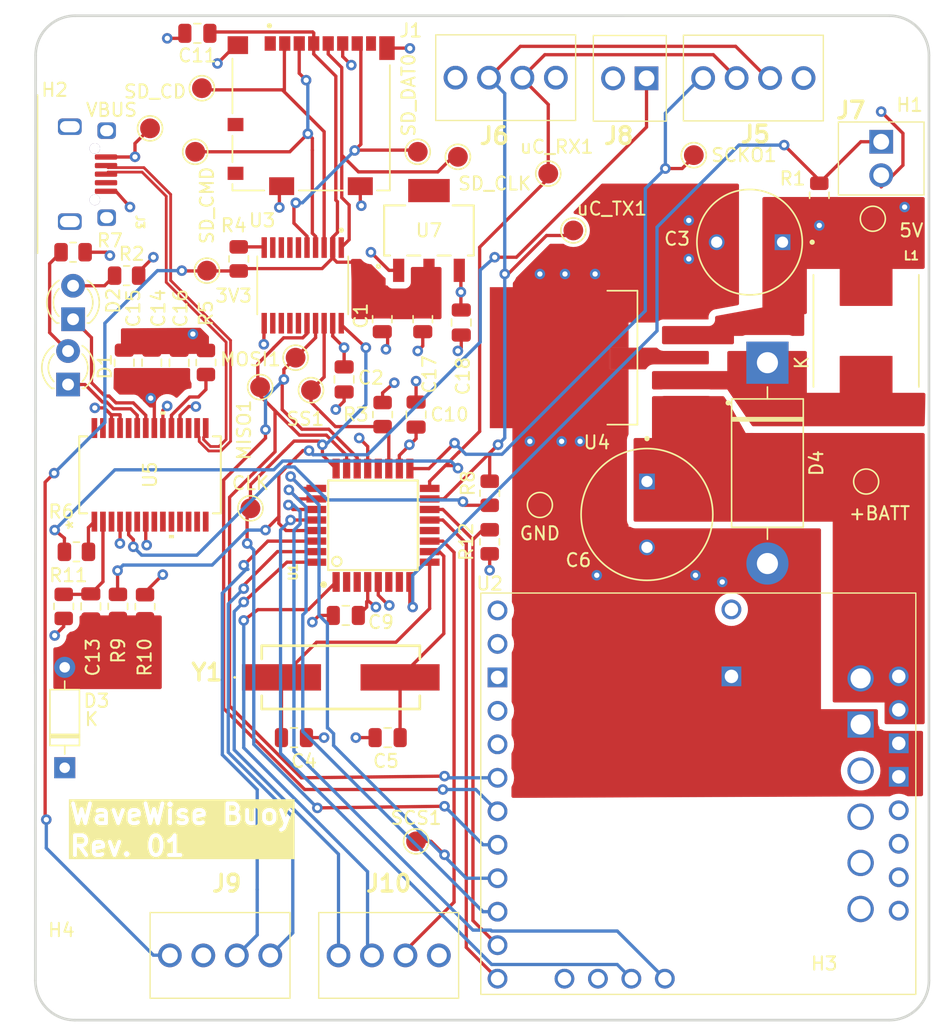
<source format=kicad_pcb>
(kicad_pcb (version 20221018) (generator pcbnew)
  (layers (0 "F.Cu" signal) (1 "In1.Cu" signal) (2 "In2.Cu" signal) (31 "B.Cu" signal) (34 "B.Paste" user) (35 "F.Paste" user) (36 "B.SilkS" user "B.Silkscreen") (37 "F.SilkS" user "F.Silkscreen") (38 "B.Mask" user) (39 "F.Mask" user) (44 "Edge.Cuts" user))
  (net 0 "")
  (net 1 "+3V3")
  (net 2 "GND")
  (net 3 "+5V")
  (net 4 "Net-(D3-A)")
  (net 5 "Net-(U5-DTR#)")
  (net 6 "RESET")
  (net 7 "Net-(U3-OE)")
  (net 8 "Net-(U5-RESET#)")
  (net 9 "+BATT")
  (net 10 "Net-(J4-Pin_4)")
  (net 11 "Net-(J4-Pin_3)")
  (net 12 "Net-(J4-Pin_2)")
  (net 13 "Net-(J4-Pin_1)")
  (net 14 "BEMF")
  (net 15 "STALL")
  (net 18 "~MTR_FAULT")
  (net 19 "~MTR_RST")
  (net 20 "~SLP")
  (net 21 "SCS")
  (net 22 "CLK")
  (net 23 "D+")
  (net 24 "D-")
  (net 30 "SD_CD")
  (net 31 "SD_CMD")
  (net 32 "SD_CLK")
  (net 33 "SD_DAT0")
  (net 38 "Net-(U1-PD5)")
  (net 39 "uC_RX")
  (net 40 "SCK0")
  (net 41 "BUTTON")
  (net 42 "EXTGPIO1")
  (net 46 "Net-(U1-PD6)")
  (net 48 "EXTGPIO2")
  (net 50 "uC_TX")
  (net 51 "SS1")
  (net 53 "MOSI1")
  (net 54 "MISO1")
  (net 55 "EXTGPIO3")
  (net 56 "EXTGPIO4")
  (net 57 "EXTGPIO5")
  (net 75 "Net-(D2-K)")
  (net 76 "Net-(D1-K)")
  (net 81 "Net-(D4-K)")
  (net 82 "Net-(U5-TXD)")
  (net 83 "Net-(U5-RXD)")
  (net 86 "Net-(D1-A)")
  (net 87 "Net-(D2-A)")
  (footprint "TestPoint:TestPoint_Pad_D1.5mm" (layer "F.Cu") (at 175.006 66.294)
    (fp_text reference "uC_TX1")
    (fp_text value "TestPoint")
  )
  (footprint "TestPoint:TestPoint_Pad_D1.5mm" (layer "F.Cu") (at 150.495 87.376)
    (fp_text reference "CLK")
    (fp_text value "TestPoint")
  )
  (footprint "TestPoint:TestPoint_Pad_D1.5mm" (layer "F.Cu") (at 155.0924 78.4098)
    (fp_text reference "SS1")
    (fp_text value "TestPoint")
  )
  (footprint "TestPoint:TestPoint_Pad_D1.5mm" (layer "F.Cu") (at 163.068 112.649)
    (fp_text reference "SCS1")
    (fp_text value "TestPoint")
  )
  (footprint "Wavewise Footprints UnChecked:SOT-223_DIO" (layer "F.Cu") (at 164.0467 66.294)
    (fp_text reference "U7")
    (fp_text value "AZ1117CH-3.3TRG1")
  )
  (footprint "Resistor_SMD:R_0805_2012Metric" (layer "F.Cu") (at 147.1168 76.3118 -90)
    (fp_text reference "R5")
    (fp_text value "10k")
  )
  (footprint "TestPoint:TestPoint_Pad_D1.5mm" (layer "F.Cu") (at 173.101 61.976)
    (fp_text reference "uC_RX1")
    (fp_text value "TestPoint")
  )
  (footprint "Wavewise Footprints WWChecked:ScrewTerminal_01x04_2.54mm" (layer "F.Cu") (at 166.06 54.7)
    (fp_text reference "J6")
    (fp_text value "Screw_Terminal_01x04" hide)
  )
  (footprint "Wavewise Footprints UnChecked:AS1600020SMDTR" (layer "F.Cu") (at 157.353 100.203)
    (fp_text reference "Y1")
    (fp_text value "AS-16.000-20-SMD-TR" hide)
  )
  (footprint "TestPoint:TestPoint_Pad_D1.5mm" (layer "F.Cu") (at 151.2316 78.1812)
    (fp_text reference "MISO1")
    (fp_text value "TestPoint")
  )
  (footprint "Resistor_SMD:R_0805_2012Metric" (layer "F.Cu") (at 168.656 86.233 -90)
    (fp_text reference "R8")
    (fp_text value "1k")
  )
  (footprint "TestPoint:TestPoint_Pad_D1.5mm" (layer "F.Cu") (at 197.739 65.405)
    (fp_text reference "5V")
    (fp_text value "TestPoint")
  )
  (footprint "Wavewise Footprints WWChecked:MicroUSB_Mount" (layer "F.Cu") (at 138.684 62.021 -90)
    (fp_text reference "J3")
    (fp_text value "USB_B_Micro")
  )
  (footprint "Resistor_SMD:R_0805_2012Metric" (layer "F.Cu") (at 140.4366 94.8182 90)
    (fp_text reference "R9")
    (fp_text value "0")
  )
  (footprint "LED_THT:LED_D3.0mm" (layer "F.Cu") (at 136.652 77.983 90)
    (fp_text reference "D1")
    (fp_text value "LED_S")
  )
  (footprint "Capacitor_SMD:C_0805_2012Metric" (layer "F.Cu") (at 166.497 73.279 -90)
    (fp_text reference "C18")
    (fp_text value "10u/10V")
  )
  (footprint "Capacitor_SMD:C_0805_2012Metric" (layer "F.Cu") (at 160.5026 73.025 -90)
    (fp_text reference "C1")
    (fp_text value "0.1u/10V")
  )
  (footprint "Wavewise Footprints WWChecked:ScrewTerminal_01x04_2.54mm" (layer "F.Cu") (at 192.48 54.73 180)
    (fp_text reference "J5")
    (fp_text value "Screw_Terminal_01x04" hide)
  )
  (footprint "Resistor_SMD:R_0805_2012Metric" (layer "F.Cu") (at 168.656 89.916 -90)
    (fp_text reference "R12")
    (fp_text value "10k")
  )
  (footprint "TestPoint:TestPoint_Pad_D1.5mm" (layer "F.Cu") (at 147.193 69.342)
    (fp_text reference "3V3")
    (fp_text value "TestPoint")
  )
  (footprint "LED_THT:LED_D3.0mm" (layer "F.Cu") (at 137.033 73.03 90)
    (fp_text reference "D2")
    (fp_text value "LED_S")
  )
  (footprint "Capacitor_SMD:C_0805_2012Metric" (layer "F.Cu") (at 153.797 104.775 180)
    (fp_text reference "C4")
    (fp_text value "22pF/10V")
  )
  (footprint "MountingHole:MountingHole_2.5mm" (layer "F.Cu") (at 197.993 53.721)
    (fp_text reference "H1")
    (fp_text value "MountingHole")
  )
  (footprint "Resistor_SMD:R_0805_2012Metric" (layer "F.Cu") (at 149.606 68.453 -90)
    (fp_text reference "R4")
    (fp_text value "47k")
  )
  (footprint "TestPoint:TestPoint_Pad_D1.5mm" (layer "F.Cu") (at 146.812 55.499)
    (fp_text reference "SD_CD")
    (fp_text value "TestPoint")
  )
  (footprint "Wavewise Footprints UnChecked:IC28_SSOP-28_FTD" (layer "F.Cu") (at 142.875 84.836 90)
    (fp_text reference "U5")
    (fp_text value "FT232RL-REEL")
  )
  (footprint "Capacitor_SMD:C_0805_2012Metric" (layer "F.Cu") (at 138.3792 94.8182 -90)
    (fp_text reference "C13")
    (fp_text value "100n/10V")
  )
  (footprint "TestPoint:TestPoint_Pad_D1.5mm" (layer "F.Cu") (at 197.231 85.344)
    (fp_text reference "+BATT")
    (fp_text value "TestPoint")
  )
  (footprint "Wavewise Footprints UnChecked:POLOLU_36v4" (layer "F.Cu") (at 168.0067 124.1822)
    (fp_text reference "U2")
    (fp_text value "Pololu_DRV8711_Motor_Driver")
  )
  (footprint "Capacitor_SMD:C_0805_2012Metric" (layer "F.Cu") (at 157.607 77.597 -90)
    (fp_text reference "C2")
    (fp_text value "0.1u/10V")
  )
  (footprint "TestPoint:TestPoint_Pad_D1.5mm" (layer "F.Cu") (at 166.243 60.706)
    (fp_text reference "SD_CLK")
    (fp_text value "TestPoint")
  )
  (footprint "Resistor_SMD:R_0805_2012Metric" (layer "F.Cu") (at 142.494 94.8436 90)
    (fp_text reference "R10")
    (fp_text value "10k")
  )
  (footprint "Wavewise Footprints WWChecked:ScrewTerminal_01x04_2.54mm" (layer "F.Cu") (at 157.18 121.3)
    (fp_text reference "J10")
    (fp_text value "Screw_Terminal_01x04" hide)
  )
  (footprint "Capacitor_SMD:C_0805_2012Metric" (layer "F.Cu") (at 163.576 73.025 -90)
    (fp_text reference "C17")
    (fp_text value "22u/10V")
  )
  (footprint "Resistor_SMD:R_0805_2012Metric" (layer "F.Cu") (at 136.3218 94.8182 90)
    (fp_text reference "R11")
    (fp_text value "1k")
  )
  (footprint "Wavewise Footprints WWChecked:ScrewTerminal_01x02_2.54mm" (layer "F.Cu") (at 180.56 54.75 180)
    (fp_text reference "J8")
    (fp_text value "Screw_Terminal_01x02" hide)
  )
  (footprint "Capacitor_SMD:C_0805_2012Metric" (layer "F.Cu") (at 143.002 76.327 -90)
    (fp_text reference "C14")
    (fp_text value "100n/10V")
  )
  (footprint "Wavewise Footprints UnChecked:1000uF_10V_Cap" (layer "F.Cu") (at 188.3845 67.183 180)
    (fp_text reference "C3")
    (fp_text value "1000u/10V")
  )
  (footprint "Capacitor_SMD:C_0805_2012Metric" (layer "F.Cu") (at 146.468 51.3355 180)
    (fp_text reference "C11")
    (fp_text value "0.1u/5V")
  )
  (footprint "TestPoint:TestPoint_Pad_D1.5mm" (layer "F.Cu") (at 184.15 60.579)
    (fp_text reference "SCKO1")
    (fp_text value "TestPoint")
  )
  (footprint "Resistor_SMD:R_0805_2012Metric" (layer "F.Cu") (at 160.528 80.264 -90)
    (fp_text reference "R3")
    (fp_text value "10k")
  )
  (footprint "TestPoint:TestPoint_Pad_D1.5mm" (layer "F.Cu") (at 163.195 60.325)
    (fp_text reference "SD_DAT0")
    (fp_text value "TestPoint")
  )
  (footprint "Wavewise Footprints UnChecked:100uF_80V_Cap" (layer "F.Cu") (at 180.594 87.8405 -90)
    (fp_text reference "C6")
    (fp_text value "100u/80V")
  )
  (footprint "MountingHole:MountingHole_2.5mm" (layer "F.Cu") (at 198.374 121.92)
    (fp_text reference "H3")
    (fp_text value "MountingHole")
  )
  (footprint "Capacitor_SMD:C_0805_2012Metric" (layer "F.Cu") (at 157.734 95.504 180)
    (fp_text reference "C9")
    (fp_text value "100n/10V")
  )
  (footprint "Wavewise Footprints UnChecked:LM2576S-12_NOPB" (layer "F.Cu") (at 172.9644 75.946 180)
    (fp_text reference "U4")
    (fp_text value "LM2576HVS-5.0_NOPB")
  )
  (footprint "Resistor_SMD:R_0805_2012Metric" (layer "F.Cu") (at 137.033 67.945 180)
    (fp_text reference "R7")
    (fp_text value "100")
  )
  (footprint "Resistor_SMD:R_0805_2012Metric" (layer "F.Cu") (at 193.675 63.627 90)
    (fp_text reference "R1")
    (fp_text value "10k")
  )
  (footprint "Diode_THT:D_DO-35_SOD27_P7.62mm_Horizontal" (layer "F.Cu") (at 136.398 107.061 90)
    (fp_text reference "D3")
    (fp_text value "1N4448")
  )
  (footprint "MountingHole:MountingHole_2.5mm" (layer "F.Cu") (at 138.938 53.34)
    (fp_text reference "H2")
    (fp_text value "MountingHole")
  )
  (footprint "TestPoint:TestPoint_Pad_D1.5mm" (layer "F.Cu") (at 142.875 58.547)
    (fp_text reference "VBUS")
    (fp_text value "TestPoint")
  )
  (footprint "Diode_THT:D_DO-201AD_P15.24mm_Horizontal" (layer "F.Cu") (at 189.738 76.327 -90)
    (fp_text reference "D4")
    (fp_text value "1N5822")
  )
  (footprint "Capacitor_SMD:C_0805_2012Metric" (layer "F.Cu") (at 145.0848 76.3372 -90)
    (fp_text reference "C16")
    (fp_text value "4.7u/10V")
  )
  (footprint "Resistor_SMD:R_0805_2012Metric" (layer "F.Cu") (at 141.097 69.723 180)
    (fp_text reference "R2")
    (fp_text value "100")
  )
  (footprint "TestPoint:TestPoint_Pad_D1.5mm" (layer "F.Cu") (at 153.924 75.946)
    (fp_text reference "MOSI1")
    (fp_text value "TestPoint")
  )
  (footprint "Wavewise Footprints UnChecked:ATMEGA328PB-ANR" (layer "F.Cu") (at 159.798 88.664 90)
    (fp_text reference "U1")
    (fp_text value "ATMEGA328PB-ANR")
  )
  (footprint "Capacitor_SMD:C_0805_2012Metric" (layer "F.Cu") (at 160.909 104.775 180)
    (fp_text reference "C5")
    (fp_text value "22pF/10V")
  )
  (footprint "Wavewise Footprints UnChecked:SOP65P640X120-20N" (layer "F.Cu") (at 154.465 70.4615 -90)
    (fp_text reference "U3")
    (fp_text value "TXB0108PWR")
  )
  (footprint "Capacitor_SMD:C_0805_2012Metric" (layer "F.Cu") (at 163.068 80.264 90)
    (fp_text reference "C10")
    (fp_text value "100n/10V")
  )
  (footprint "Wavewise Footprints WWChecked:ScrewTerminal_01x02_2.54mm" (layer "F.Cu") (at 198.374 59.563 -90)
    (fp_text reference "J7")
    (fp_text value "Screw_Terminal_01x02" hide)
  )
  (footprint "Resistor_SMD:R_0805_2012Metric" (layer "F.Cu") (at 137.287 90.678 180)
    (fp_text reference "R6")
    (fp_text value "1k")
  )
  (footprint "Wavewise Footprints UnChecked:SD_Mount" (layer "F.Cu") (at 155.104 57.5585 180)
    (fp_text reference "J1")
    (fp_text value "104031-0811")
  )
  (footprint "TestPoint:TestPoint_Pad_D1.5mm" (layer "F.Cu") (at 172.466 87.122)
    (fp_text reference "GND")
    (fp_text value "TestPoint")
  )
  (footprint "Wavewise Footprints UnChecked:IND_ETQP5M101YGK" (layer "F.Cu") (at 197.231 73.914 -90)
    (fp_text reference "L1")
    (fp_text value "100u")
  )
  (footprint "Wavewise Footprints WWChecked:ScrewTerminal_01x04_2.54mm" (layer "F.Cu") (at 144.38 121.3)
    (fp_text reference "J9")
    (fp_text value "Screw_Terminal_01x04" hide)
  )
  (footprint "MountingHole:MountingHole_2.5mm" (layer "F.Cu") (at 138.938 122.174)
    (fp_text reference "H4")
    (fp_text value "MountingHole")
  )
  (footprint "TestPoint:TestPoint_Pad_D1.5mm" (layer "F.Cu") (at 146.304 60.325)
    (fp_text reference "SD_CMD")
    (fp_text value "TestPoint")
  )
  (footprint "Capacitor_SMD:C_0805_2012Metric" (layer "F.Cu") (at 140.9192 76.327 -90)
    (fp_text reference "C15")
    (fp_text value "100n/10V")
  )
  (gr_line (start 199 126.20868) (end 137.17132 126.20868) (stroke (width 0.2)) (layer "Edge.Cuts"))
  (gr_arc (start 134.19132 53.00132) (mid 135.07 50.88) (end 137.19132 50.00132) (stroke (width 0.2)) (layer "Edge.Cuts"))
  (gr_line (start 134.17132 123.20868) (end 134.19132 53.00132) (stroke (width 0.2)) (layer "Edge.Cuts"))
  (gr_line (start 137.19132 50.00132) (end 199 50) (stroke (width 0.2)) (layer "Edge.Cuts"))
  (gr_line (start 202 53) (end 202 123.20868) (stroke (width 0.2)) (layer "Edge.Cuts"))
  (gr_arc (start 137.17132 126.20868) (mid 135.05 125.33) (end 134.17132 123.20868) (stroke (width 0.2)) (layer "Edge.Cuts"))
  (gr_arc (start 202 123.20868) (mid 201.12132 125.33) (end 199 126.20868) (stroke (width 0.2)) (layer "Edge.Cuts"))
  (gr_arc (start 199 50) (mid 201.12132 50.87868) (end 202 53) (stroke (width 0.2)) (layer "Edge.Cuts"))
  (gr_text "WaveWise Buoy\nRev. 01" (at 136.62 113.88) (layer "F.SilkS" knockout) (effects (font (size 1.5 1.5) (thickness 0.3) bold) (justify left bottom)))
  (segment (start 135.5985 84.709) (end 134.911 85.3965) (width 0.25) (layer "F.Cu") (net 1))
  (segment (start 134.911 85.3965) (end 134.911 110.908) (width 0.25) (layer "F.Cu") (net 1))
  (segment (start 156.74 67.5915) (end 156.74 66.803889) (width 0.25) (layer "F.Cu") (net 1))
  (segment (start 157.099 64.109896) (end 156.977 63.987896) (width 0.25) (layer "F.Cu") (net 1))
  (segment (start 149.274445 69.189055) (end 155.930055 69.189055) (width 0.25) (layer "F.Cu") (net 1))
  (segment (start 156.977 63.987896) (end 156.977 54.5865) (width 0.25) (layer "F.Cu") (net 1))
  (segment (start 147.52 51.2335) (end 155.224 51.2335) (width 0.25) (layer "F.Cu") (net 1))
  (segment (start 155.299 52.9085) (end 155.299 52.1085) (width 0.25) (layer "F.Cu") (net 1))
  (segment (start 156.74 68.379111) (end 155.930055 69.189055) (width 0.25) (layer "F.Cu") (net 1))
  (segment (start 135.001 110.998) (end 134.911 110.908) (width 0.25) (layer "F.Cu") (net 1))
  (segment (start 157.099 66.444889) (end 157.099 64.109896) (width 0.25) (layer "F.Cu") (net 1))
  (segment (start 145.286949 69.343051) (end 145.309398 69.3655) (width 0.25) (layer "F.Cu") (net 1))
  (segment (start 156.74 66.803889) (end 157.099 66.444889) (width 0.25) (layer "F.Cu") (net 1))
  (segment (start 158.6175 68.7015) (end 157.062389 68.7015) (width 0.25) (layer "F.Cu") (net 1))
  (segment (start 155.299 51.3085) (end 155.299 52.1085) (width 0.25) (layer "F.Cu") (net 1))
  (segment (start 155.224 51.2335) (end 155.299 51.3085) (width 0.25) (layer "F.Cu") (net 1))
  (segment (start 156.977 54.5865) (end 155.299 52.9085) (width 0.25) (layer "F.Cu") (net 1))
  (segment (start 157.062389 68.7015) (end 156.74 68.379111) (width 0.25) (layer "F.Cu") (net 1))
  (segment (start 156.74 67.5915) (end 156.74 68.379111) (width 0.25) (layer "F.Cu") (net 1))
  (segment (start 147.418 51.3355) (end 147.52 51.2335) (width 0.25) (layer "F.Cu") (net 1))
  (segment (start 145.309398 69.3655) (end 149.606 69.3655) (width 0.25) (layer "F.Cu") (net 1))
  (via (at 135.001 110.998) (size 0.8) (drill 0.4) (layers "F.Cu" "B.Cu") (net 1))
  (via (at 145.286949 69.343051) (size 0.8) (drill 0.4) (layers "F.Cu" "B.Cu") (net 1))
  (via (at 135.5985 84.709) (size 0.8) (drill 0.4) (layers "F.Cu" "B.Cu") (net 1))
  (segment (start 145.286949 69.343051) (end 143.433644 69.343051) (width 0.25) (layer "B.Cu") (net 1))
  (segment (start 139.446 80.8615) (end 135.5985 84.709) (width 0.25) (layer "B.Cu") (net 1))
  (segment (start 135.001 110.998) (end 135.001 113.157) (width 0.25) (layer "B.Cu") (net 1))
  (segment (start 139.446 73.330695) (end 139.446 80.8615) (width 0.25) (layer "B.Cu") (net 1))
  (segment (start 144.365 121.285) (end 144.38 121.3) (width 0.25) (layer "B.Cu") (net 1))
  (segment (start 143.129 121.285) (end 144.365 121.285) (width 0.25) (layer "B.Cu") (net 1))
  (segment (start 143.433644 69.343051) (end 139.446 73.330695) (width 0.25) (layer "B.Cu") (net 1))
  (segment (start 135.001 113.157) (end 143.129 121.285) (width 0.25) (layer "B.Cu") (net 1))
  (segment (start 136.3218 96.3422) (end 136.3218 95.7307) (width 0.25) (layer "F.Cu") (net 2))
  (segment (start 163.195 75.438) (end 163.576 75.057) (width 0.25) (layer "F.Cu") (net 2))
  (segment (start 162.577 52.4585) (end 162.597 52.4785) (width 0.25) (layer "F.Cu") (net 2))
  (segment (start 155.702 95.504) (end 155.194 96.012) (width 0.25) (layer "F.Cu") (net 2))
  (segment (start 159.959 104.775) (end 158.496 104.775) (width 0.25) (layer "F.Cu") (net 2))
  (segment (start 160.976 94.742) (end 160.198 93.964) (width 0.25) (layer "F.Cu") (net 2))
  (segment (start 138.684 79.756) (end 139.391201 79.756) (width 0.25) (layer "F.Cu") (net 2))
  (segment (start 139.534 63.321) (end 140.283 63.321) (width 0.25) (layer "F.Cu") (net 2))
  (segment (start 142.549999 89.971999) (end 142.621 90.17) (width 0.25) (layer "F.Cu") (net 2))
  (segment (start 157.607 79.248) (end 156.972 79.883) (width 0.25) (layer "F.Cu") (net 2))
  (segment (start 145.149999 80.314801) (end 145.149999 81.28635) (width 0.25) (layer "F.Cu") (net 2))
  (segment (start 168.656 90.8285) (end 168.656 92.075) (width 0.25) (layer "F.Cu") (net 2))
  (segment (start 161.013 69.319) (end 161.7467 69.319) (width 0.25) (layer "F.Cu") (net 2))
  (segment (start 135.636 97.028) (end 136.3218 96.3422) (width 0.25) (layer "F.Cu") (net 2))
  (segment (start 146.3548 79.6544) (end 145.8104 79.6544) (width 0.25) (layer "F.Cu") (net 2))
  (segment (start 152.691 63.1065) (end 152.864 62.9335) (width 0.25) (layer "F.Cu") (net 2))
  (segment (start 158.834 62.9335) (end 158.834 64.3365) (width 0.25) (layer "F.Cu") (net 2))
  (segment (start 158.834 64.3365) (end 158.914 64.4165) (width 0.25) (layer "F.Cu") (net 2))
  (segment (start 160.198 93.964) (end 160.198 92.964) (width 0.25) (layer "F.Cu") (net 2))
  (segment (start 160.909 75.184) (end 160.909 73.975) (width 0.25) (layer "F.Cu") (net 2))
  (segment (start 152.691 64.5435) (end 152.691 63.1065) (width 0.25) (layer "F.Cu") (net 2))
  (segment (start 143.200001 79.293601) (end 143.200001 81.28635) (width 0.25) (layer "F.Cu") (net 2))
  (segment (start 200.025 61.341) (end 198.374 62.992) (width 0.25) (layer "F.Cu") (net 2))
  (segment (start 157.499 52.1085) (end 157.499 53.0955) (width 0.25) (layer "F.Cu") (net 2))
  (segment (start 145.137 51.7165) (end 145.518 51.3355) (width 0.25) (layer "F.Cu") (net 2))
  (segment (start 166.497 75.175402) (end 166.497 74.102) (width 0.25) (layer "F.Cu") (net 2))
  (segment (start 160.859 52.4585) (end 162.577 52.4585) (width 0.25) (layer "F.Cu") (net 2))
  (segment (start 151.54 73.3315) (end 151.511 74.93) (width 0.25) (layer "F.Cu") (net 2))
  (segment (start 142.9258 79.0194) (end 143.200001 79.293601) (width 0.25) (layer "F.Cu") (net 2))
  (segment (start 161.036 94.742) (end 160.976 94.742) (width 0.25) (layer "F.Cu") (net 2))
  (segment (start 198.374 57.277) (end 200.025 58.928) (width 0.25) (layer "F.Cu") (net 2))
  (segment (start 142.621 90.17) (end 142.621 90.043) (width 0.25) (layer "F.Cu") (net 2))
  (segment (start 159.639 67.945) (end 161.013 69.319) (width 0.25) (layer "F.Cu") (net 2))
  (segment (start 157.499 53.0955) (end 158.152 53.7485) (width 0.25) (layer "F.Cu") (net 2))
  (segment (start 156.784 95.504) (end 155.702 95.504) (width 0.25) (layer "F.Cu") (net 2))
  (segment (start 159.398 82.69) (end 158.75 82.042) (width 0.25) (layer "F.Cu") (net 2))
  (segment (start 160.782 75.311) (end 160.909 75.184) (width 0.25) (layer "F.Cu") (net 2))
  (segment (start 200.025 58.928) (end 200.025 61.341) (width 0.25) (layer "F.Cu") (net 2))
  (segment (start 145.8104 79.6544) (end 145.149999 80.314801) (width 0.25) (layer "F.Cu") (net 2))
  (segment (start 139.391201 79.756) (end 139.95 80.314799) (width 0.25) (layer "F.Cu") (net 2))
  (segment (start 144.182 51.7165) (end 145.137 51.7165) (width 0.25) (layer "F.Cu") (net 2))
  (segment (start 159.398 84.364) (end 159.398 82.69) (width 0.25) (layer "F.Cu") (net 2))
  (segment (start 147.992 53.6215) (end 149.38 52.2335) (width 0.25) (layer "F.Cu") (net 2))
  (segment (start 139.910202 80.275001) (end 139.391201 79.756) (width 0.25) (layer "F.Cu") (net 2))
  (segment (start 163.576 75.057) (end 163.576 73.975) (width 0.25) (layer "F.Cu") (net 2))
  (segment (start 140.600001 80.275001) (end 139.910202 80.275001) (width 0.25) (layer "F.Cu") (net 2))
  (segment (start 142.549999 88.38565) (end 142.549999 89.971999) (width 0.25) (layer "F.Cu") (net 2))
  (segment (start 157.607 78.486) (end 157.607 79.248) (width 0.25) (layer "F.Cu") (net 2))
  (segment (start 139.95 80.314799) (end 139.95 81.28635) (width 0.25) (layer "F.Cu") (net 2))
  (segment (start 166.238701 75.433701) (end 166.497 75.175402) (width 0.25) (layer "F.Cu") (net 2))
  (segment (start 154.747 104.775) (end 156.083 104.775) (width 0.25) (layer "F.Cu") (net 2))
  (segment (start 163.068 77.724) (end 163.068 79.314) (width 0.25) (layer "F.Cu") (net 2))
  (segment (start 149.38 52.2335) (end 149.539 52.2335) (width 0.25) (layer "F.Cu") (net 2))
  (segment (start 140.600001 81.28635) (end 140.600001 80.275001) (width 0.25) (layer "F.Cu") (net 2))
  (segment (start 140.283 63.321) (end 141.351 64.516) (width 0.25) (layer "F.Cu") (net 2))
  (via (at 151.511 74.93) (size 0.8) (drill 0.4) (layers "F.Cu" "B.Cu") (net 2))
  (via (at 163.195 75.438) (size 0.8) (drill 0.4) (layers "F.Cu" "B.Cu") (net 2))
  (via (at 162.597 52.4785) (size 0.8) (drill 0.4) (layers "F.Cu" "B.Cu") (net 2))
  (via (at 161.036 94.742) (size 0.8) (drill 0.4) (layers "F.Cu" "B.Cu") (net 2))
  (via (at 142.621 90.17) (size 0.8) (drill 0.4) (layers "F.Cu" "B.Cu") (net 2))
  (via (at 176.657 69.596) (size 0.8) (drill 0.4) (layers "F.Cu" "B.Cu") (net 2))
  (via (at 159.639 67.945) (size 0.8) (drill 0.4) (layers "F.Cu" "B.Cu") (net 2))
  (via (at 147.992 53.6215) (size 0.8) (drill 0.4) (layers "F.Cu" "B.Cu") (net 2))
  (via (at 158.496 104.775) (size 0.8) (drill 0.4) (layers "F.Cu" "B.Cu") (net 2))
  (via (at 198.374 57.277) (size 0.8) (drill 0.4) (layers "F.Cu" "B.Cu") (net 2))
  (via (at 174.117 82.296) (size 0.8) (drill 0.4) (layers "F.Cu" "B.Cu") (net 2))
  (via (at 171.704 82.296) (size 0.8) (drill 0.4) (layers "F.Cu" "B.Cu") (net 2))
  (via (at 142.9258 79.0194) (size 0.8) (drill 0.4) (layers "F.Cu" "B.Cu") (net 2))
  (via (at 172.466 69.596) (size 0.8) (drill 0.4) (layers "F.Cu" "B.Cu") (net 2))
  (via (at 174.371 69.596) (size 0.8) (drill 0.4) (layers "F.Cu" "B.Cu") (net 2))
  (via (at 158.152 53.7485) (size 0.8) (drill 0.4) (layers "F.Cu" "B.Cu") (net 2))
  (via (at 144.182 51.7165) (size 0.8) (drill 0.4) (layers "F.Cu" "B.Cu") (net 2))
  (via (at 146.3548 79.6544) (size 0.8) (drill 0.4) (layers "F.Cu" "B.Cu") (net 2))
  (via (at 156.083 104.775) (size 0.8) (drill 0.4) (layers "F.Cu" "B.Cu") (net 2))
  (via (at 184.277 92.456) (size 0.8) (drill 0.4) (layers "F.Cu" "B.Cu") (net 2))
  (via (at 158.914 64.4165) (size 0.8) (drill 0.4) (layers "F.Cu" "B.Cu") (net 2))
  (via (at 138.684 79.756) (size 0.8) (drill 0.4) (layers "F.Cu" "B.Cu") (net 2))
  (via (at 176.784 92.456) (size 0.8) (drill 0.4) (layers "F.Cu" "B.Cu") (net 2))
  (via (at 160.782 75.311) (size 0.8) (drill 0.4) (layers "F.Cu" "B.Cu") (net 2))
  (via (at 156.972 79.883) (size 0.8) (drill 0.4) (layers "F.Cu" "B.Cu") (net 2))
  (via (at 141.351 64.516) (size 0.8) (drill 0.4) (layers "F.Cu" "B.Cu") (net 2))
  (via (at 155.194 96.012) (size 0.8) (drill 0.4) (layers "F.Cu" "B.Cu") (net 2))
  (via (at 166.238701 75.433701) (size 0.8) (drill 0.4) (layers "F.Cu" "B.Cu") (net 2))
  (via (at 183.769 65.532) (size 0.8) (drill 0.4) (layers "F.Cu" "B.Cu") (net 2))
  (via (at 183.769 68.453) (size 0.8) (drill 0.4) (layers "F.Cu" "B.Cu") (net 2))
  (via (at 152.691 64.5435) (size 0.8) (drill 0.4) (layers "F.Cu" "B.Cu") (net 2))
  (via (at 158.75 82.042) (size 0.8) (drill 0.4) (layers "F.Cu" "B.Cu") (net 2))
  (via (at 163.068 77.724) (size 0.8) (drill 0.4) (layers "F.Cu" "B.Cu") (net 2))
  (via (at 175.514 82.296) (size 0.8) (drill 0.4) (layers "F.Cu" "B.Cu") (net 2))
  (via (at 168.656 92.075) (size 0.8) (drill 0.4) (layers "F.Cu" "B.Cu") (net 2))
  (via (at 186.309 92.964) (size 0.8) (drill 0.4) (layers "F.Cu" "B.Cu") (net 2))
  (via (at 135.636 97.028) (size 0.8) (drill 0.4) (layers "F.Cu" "B.Cu") (net 2))
  (segment (start 142.0095 69.723) (end 142.0095 69.4455) (width 0.25) (layer "F.Cu") (net 3))
  (segment (start 163.068 82.094) (end 163.068 81.214) (width 0.25) (layer "F.Cu") (net 3))
  (segment (start 141.717 60.721) (end 141.732 60.706) (width 0.25) (layer "F.Cu") (net 3))
  (segment (start 166.4716 70.9676) (end 166.4716 71.9226) (width 0.25) (layer "F.Cu") (net 3))
  (segment (start 162.612 82.55) (end 163.068 82.094) (width 0.25) (layer "F.Cu") (net 3))
  (segment (start 139.573 67.945) (end 139.827 68.199) (width 0.25) (layer "F.Cu") (net 3))
  (segment (start 139.534 60.721) (end 141.717 60.721) (width 0.25) (layer "F.Cu") (net 3))
  (segment (start 141.732 60.706) (end 141.732 59.69) (width 0.25) (layer "F.Cu") (net 3))
  (segment (start 161.798 84.364) (end 161.798 83.364) (width 0.25) (layer "F.Cu") (net 3))
  (segment (start 142.0095 69.4455) (end 143.129 68.326) (width 0.25) (layer "F.Cu") (net 3))
  (segment (start 159.398 92.964) (end 159.398 94.374) (width 0.25) (layer "F.Cu") (net 3))
  (segment (start 166.4716 71.9226) (end 166.751 72.202) (width 0.25) (layer "F.Cu") (net 3))
  (segment (start 142.494 93.9311) (end 142.494 93.7533) (width 0.25) (layer "F.Cu") (net 3))
  (segment (start 159.319 94.869) (end 159.319 94.453) (width 0.25) (layer "F.Cu") (net 3))
  (segment (start 166.3467 70.0003) (end 166.3467 69.319) (width 0.25) (layer "F.Cu") (net 3))
  (segment (start 198.642 68.453) (end 197.231 69.864) (width 0.25) (layer "F.Cu") (net 3))
  (segment (start 157.607 75.184) (end 157.607 76.647) (width 0.25) (layer "F.Cu") (net 3))
  (segment (start 160.528 78.613) (end 161.417 77.851) (width 0.25) (layer "F.Cu") (net 3))
  (segment (start 160.528 79.3515) (end 160.528 78.613) (width 0.25) (layer "F.Cu") (net 3))
  (segment (start 166.4716 70.9676) (end 166.4716 70.1252) (width 0.25) (layer "F.Cu") (net 3))
  (segment (start 162.56 82.55) (end 162.612 82.55) (width 0.25) (layer "F.Cu") (net 3))
  (segment (start 159.319 94.869) (end 158.684 95.504) (width 0.25) (layer "F.Cu") (net 3))
  (segment (start 157.607 75.184) (end 156.74 74.317) (width 0.25) (layer "F.Cu") (net 3))
  (segment (start 143.849999 79.940202) (end 143.849999 81.28635) (width 0.25) (layer "F.Cu") (net 3))
  (segment (start 141.732 59.69) (end 142.748 58.674) (width 0.25) (layer "F.Cu") (net 3))
  (segment (start 161.798 83.364) (end 162.56 82.602) (width 0.25) (layer "F.Cu") (net 3))
  (segment (start 140.589 90.043) (end 140.589 89.916) (width 0.25) (layer "F.Cu") (net 3))
  (segment (start 140.600001 89.904999) (end 140.589 90.043) (width 0.25) (layer "F.Cu") (net 3))
  (segment (start 142.494 93.7533) (end 143.8402 92.4071) (width 0.25) (layer "F.Cu") (net 3))
  (segment (start 140.600001 88.38565) (end 140.600001 89.904999) (width 0.25) (layer "F.Cu") (net 3))
  (segment (start 159.398 94.374) (end 160.02 94.869) (width 0.25) (layer "F.Cu") (net 3))
  (segment (start 162.56 82.602) (end 162.56 82.55) (width 0.25) (layer "F.Cu") (net 3))
  (segment (start 137.9455 67.945) (end 139.573 67.945) (width 0.25) (layer "F.Cu") (net 3))
  (segment (start 144.1785 79.611701) (end 143.849999 79.940202) (width 0.25) (layer "F.Cu") (net 3))
  (segment (start 166.4716 70.1252) (end 166.3467 70.0003) (width 0.25) (layer "F.Cu") (net 3))
  (segment (start 156.74 74.317) (end 156.74 73.3315) (width 0.25) (layer "F.Cu") (net 3))
  (via (at 157.607 75.184) (size 0.8) (drill 0.4) (layers "F.Cu" "B.Cu") (net 3))
  (via (at 143.129 68.326) (size 0.8) (drill 0.4) (layers "F.Cu" "B.Cu") (net 3))
  (via (at 200.152 64.516) (size 0.8) (drill 0.4) (layers "F.Cu" "B.Cu") (net 3))
  (via (at 193.675 65.913) (size 0.8) (drill 0.4) (layers "F.Cu" "B.Cu") (net 3))
  (via (at 139.827 68.199) (size 0.8) (drill 0.4) (layers "F.Cu" "B.Cu") (net 3))
  (via (at 161.417 77.851) (size 0.8) (drill 0.4) (layers "F.Cu" "B.Cu") (net 3))
  (via (at 160.02 94.869) (size 0.8) (drill 0.4) (layers "F.Cu" "B.Cu") (net 3))
  (via (at 140.589 90.043) (size 0.8) (drill 0.4) (layers "F.Cu" "B.Cu") (net 3))
  (via (at 143.8402 92.4071) (size 0.8) (drill 0.4) (layers "F.Cu" "B.Cu") (net 3))
  (via (at 146.1262 74.1528) (size 0.8) (drill 0.4) (layers "F.Cu" "B.Cu") (net 3))
  (via (at 166.4716 70.9676) (size 0.8) (drill 0.4) (layers "F.Cu" "B.Cu") (net 3))
  (via (at 141.732 60.706) (size 0.8) (drill 0.4) (layers "F.Cu" "B.Cu") (net 3))
  (via (at 162.56 82.55) (size 0.8) (drill 0.4) (layers "F.Cu" "B.Cu") (net 3))
  (via (at 144.1785 79.611701) (size 0.8) (drill 0.4) (layers "F.Cu" "B.Cu") (net 3))
  (segment (start 136.3218 93.9057) (end 138.3417 93.9057) (width 0.25) (layer "F.Cu") (net 5))
  (segment (start 139.300001 88.38565) (end 139.300001 92.947399) (width 0.25) (layer "F.Cu") (net 5))
  (segment (start 139.300001 92.947399) (end 138.3792 93.8682) (width 0.25) (layer "F.Cu") (net 5))
  (segment (start 138.3417 93.9057) (end 138.3792 93.8682) (width 0.25) (layer "F.Cu") (net 5))
  (segment (start 153.199 89.064) (end 155.498 89.064) (width 0.25) (layer "F.Cu") (net 6))
  (segment (start 169.037 68.326) (end 170.68428 68.326) (width 0.25) (layer "F.Cu") (net 6))
  (segment (start 151.638 89.027) (end 152.654 88.011) (width 0.25) (layer "F.Cu") (net 6))
  (segment (start 180.56 58.45028) (end 180.56 54.75) (width 0.25) (layer "F.Cu") (net 6))
  (segment (start 154.94 82.9995) (end 154.481195 82.9995) (width 0.25) (layer "F.Cu") (net 6))
  (segment (start 152.654 84.826695) (end 152.654 88.519) (width 0.25) (layer "F.Cu") (net 6))
  (segment (start 140.4112 93.8803) (end 140.4366 93.9057) (width 0.25) (layer "F.Cu") (net 6))
  (segment (start 152.654 88.519) (end 153.199 89.064) (width 0.25) (layer "F.Cu") (net 6))
  (segment (start 154.481195 82.9995) (end 152.654 84.826695) (width 0.25) (layer "F.Cu") (net 6))
  (segment (start 140.4112 92.1023) (end 140.4112 93.8803) (width 0.25) (layer "F.Cu") (net 6))
  (segment (start 170.68428 68.326) (end 180.56 58.45028) (width 0.25) (layer "F.Cu") (net 6))
  (via (at 151.638 89.027) (size 0.8) (drill 0.4) (layers "F.Cu" "B.Cu") (net 6))
  (via (at 140.4112 92.1023) (size 0.8) (drill 0.4) (layers "F.Cu" "B.Cu") (net 6))
  (via (at 169.037 68.326) (size 0.8) (drill 0.4) (layers "F.Cu" "B.Cu") (net 6))
  (via (at 154.94 82.9995) (size 0.8) (drill 0.4) (layers "F.Cu" "B.Cu") (net 6))
  (segment (start 140.4112 92.1023) (end 140.8314 91.6821) (width 0.25) (layer "B.Cu") (net 6))
  (segment (start 140.8314 91.6821) (end 147.588095 91.6821) (width 0.25) (layer "B.Cu") (net 6))
  (segment (start 167.939 69.297) (end 169.037 68.326) (width 0.25) (layer "B.Cu") (net 6))
  (segment (start 167.939 74.758) (end 167.939 69.297) (width 0.25) (layer "B.Cu") (net 6))
  (segment (start 159.385 83.312) (end 167.939 74.758) (width 0.25) (layer "B.Cu") (net 6))
  (segment (start 147.588095 91.6821) (end 150.243195 89.027) (width 0.25) (layer "B.Cu") (net 6))
  (segment (start 154.94 82.9995) (end 155.2525 83.312) (width 0.25) (layer "B.Cu") (net 6))
  (segment (start 150.243195 89.027) (end 151.638 89.027) (width 0.25) (layer "B.Cu") (net 6))
  (segment (start 155.2525 83.312) (end 159.385 83.312) (width 0.25) (layer "B.Cu") (net 6))
  (segment (start 149.098 67.5405) (end 151.489 67.5405) (width 0.25) (layer "F.Cu") (net 7))
  (segment (start 151.489 67.5405) (end 151.54 67.5915) (width 0.25) (layer "F.Cu") (net 7))
  (segment (start 146.5464 78.9294) (end 145.885399 78.9294) (width 0.25) (layer "F.Cu") (net 8))
  (segment (start 147.1168 77.2243) (end 147.1168 78.359) (width 0.25) (layer "F.Cu") (net 8))
  (segment (start 147.1168 78.359) (end 146.5464 78.9294) (width 0.25) (layer "F.Cu") (net 8))
  (segment (start 145.885399 78.9294) (end 144.500001 80.314798) (width 0.25) (layer "F.Cu") (net 8))
  (segment (start 144.500001 80.314798) (end 144.500001 81.28635) (width 0.25) (layer "F.Cu") (net 8))
  (segment (start 153.7205 87.464) (end 155.498 87.464) (width 0.25) (layer "F.Cu") (net 14))
  (segment (start 153.3785 87.122) (end 153.7205 87.464) (width 0.25) (layer "F.Cu") (net 14))
  (via (at 153.3785 87.122) (size 0.8) (drill 0.4) (layers "F.Cu" "B.Cu") (net 14))
  (segment (start 153.797 105.791) (end 167.386 119.38) (width 0.25) (layer "B.Cu") (net 14))
  (segment (start 167.386 119.38) (end 168.73642 119.38) (width 0.25) (layer "B.Cu") (net 14))
  (segment (start 178.3363 119.4496) (end 181.9513 123.0646) (width 0.25) (layer "B.Cu") (net 14))
  (segment (start 154.268 87.63) (end 154.268 88.565305) (width 0.25) (layer "B.Cu") (net 14))
  (segment (start 153.3785 87.122) (end 153.76 87.122) (width 0.25) (layer "B.Cu") (net 14))
  (segment (start 168.80602 119.4496) (end 178.3363 119.4496) (width 0.25) (layer "B.Cu") (net 14))
  (segment (start 154.268 88.565305) (end 153.797 89.036305) (width 0.25) (layer "B.Cu") (net 14))
  (segment (start 153.797 89.036305) (end 153.797 105.791) (width 0.25) (layer "B.Cu") (net 14))
  (segment (start 153.76 87.122) (end 154.268 87.63) (width 0.25) (layer "B.Cu") (net 14))
  (segment (start 168.73642 119.38) (end 168.80602 119.4496) (width 0.25) (layer "B.Cu") (net 14))
  (segment (start 153.798 88.264) (end 153.543 88.265) (width 0.25) (layer "F.Cu") (net 15))
  (segment (start 155.498 88.264) (end 153.798 88.264) (width 0.25) (layer "F.Cu") (net 15))
  (segment (start 153.543 88.265) (end 153.797 88.265) (width 0.25) (layer "F.Cu") (net 15))
  (via (at 153.543 88.265) (size 0.8) (drill 0.4) (layers "F.Cu" "B.Cu") (net 15))
  (segment (start 153.543 88.265) (end 152.781 89.027) (width 0.25) (layer "B.Cu") (net 15))
  (segment (start 152.781 105.96458) (end 168.80602 121.9896) (width 0.25) (layer "B.Cu") (net 15))
  (segment (start 152.781 89.027) (end 152.781 105.96458) (width 0.25) (layer "B.Cu") (net 15))
  (segment (start 168.80602 121.9896) (end 178.3363 121.9896) (width 0.25) (layer "B.Cu") (net 15))
  (segment (start 178.3363 121.9896) (end 179.4113 123.0646) (width 0.25) (layer "B.Cu") (net 15))
  (segment (start 166.878 90.044) (end 166.878 120.6913) (width 0.25) (layer "F.Cu") (net 18))
  (segment (start 166.878 120.6913) (end 169.2513 123.0646) (width 0.25) (layer "F.Cu") (net 18))
  (segment (start 165.098 88.264) (end 166.878 90.044) (width 0.25) (layer "F.Cu") (net 18))
  (segment (start 164.098 88.264) (end 165.098 88.264) (width 0.25) (layer "F.Cu") (net 18))
  (segment (start 167.386 118.6593) (end 169.2513 120.5246) (width 0.25) (layer "F.Cu") (net 19))
  (segment (start 164.098 87.464) (end 165.098 87.464) (width 0.25) (layer "F.Cu") (net 19))
  (segment (start 168.1345 89.0035) (end 167.386 89.752) (width 0.25) (layer "F.Cu") (net 19))
  (segment (start 168.656 89.0035) (end 168.1345 89.0035) (width 0.25) (layer "F.Cu") (net 19))
  (segment (start 167.386 89.752) (end 167.386 118.6593) (width 0.25) (layer "F.Cu") (net 19))
  (segment (start 165.098 87.464) (end 167.386 89.752) (width 0.25) (layer "F.Cu") (net 19))
  (segment (start 154.101 86.664) (end 155.498 86.664) (width 0.25) (layer "F.Cu") (net 20))
  (segment (start 153.416 85.979) (end 154.101 86.664) (width 0.25) (layer "F.Cu") (net 20))
  (via (at 153.416 85.979) (size 0.8) (drill 0.4) (layers "F.Cu" "B.Cu") (net 20))
  (segment (start 153.416 85.979) (end 154.718 87.281) (width 0.25) (layer "B.Cu") (net 20))
  (segment (start 154.718 95.218) (end 154.469 95.467) (width 0.25) (layer "B.Cu") (net 20))
  (segment (start 168.1496 117.9846) (end 169.2513 117.9846) (width 0.25) (layer "B.Cu") (net 20))
  (segment (start 154.718 87.281) (end 154.718 95.218) (width 0.25) (layer "B.Cu") (net 20))
  (segment (start 154.469 104.304) (end 168.1496 117.9846) (width 0.25) (layer "B.Cu") (net 20))
  (segment (start 154.469 95.467) (end 154.469 104.304) (width 0.25) (layer "B.Cu") (net 20))
  (segment (start 164.211 112.649) (end 165.227 113.665) (width 0.25) (layer "F.Cu") (net 21))
  (segment (start 154.444 85.864) (end 155.498 85.864) (width 0.25) (layer "F.Cu") (net 21))
  (segment (start 163.068 112.649) (end 164.211 112.649) (width 0.25) (layer "F.Cu") (net 21))
  (segment (start 153.543 84.963) (end 154.444 85.864) (width 0.25) (layer "F.Cu") (net 21))
  (via (at 165.227 113.665) (size 0.8) (drill 0.4) (layers "F.Cu" "B.Cu") (net 21))
  (via (at 153.543 84.963) (size 0.8) (drill 0.4) (layers "F.Cu" "B.Cu") (net 21))
  (segment (start 165.227 113.792) (end 166.8796 115.4446) (width 0.25) (layer "B.Cu") (net 21))
  (segment (start 156.808 104.474695) (end 156.808 105.373) (width 0.25) (layer "B.Cu") (net 21))
  (segment (start 156.383305 104.05) (end 156.808 104.474695) (width 0.25) (layer "B.Cu") (net 21))
  (segment (start 156.337 104.05) (end 156.383305 104.05) (width 0.25) (layer "B.Cu") (net 21))
  (segment (start 156.337 96.129695) (end 156.337 104.05) (width 0.25) (layer "B.Cu") (net 21))
  (segment (start 156.808 105.373) (end 165.1 113.665) (width 0.25) (layer "B.Cu") (net 21))
  (segment (start 165.227 113.665) (end 165.227 113.792) (width 0.25) (layer "B.Cu") (net 21))
  (segment (start 166.8796 115.4446) (end 169.2513 115.4446) (width 0.25) (layer "B.Cu") (net 21))
  (segment (start 165.1 113.665) (end 165.227 113.665) (width 0.25) (layer "B.Cu") (net 21))
  (segment (start 155.702 87.122) (end 155.702 95.494695) (width 0.25) (layer "B.Cu") (net 21))
  (segment (start 153.543 84.963) (end 155.702 87.122) (width 0.25) (layer "B.Cu") (net 21))
  (segment (start 155.702 95.494695) (end 156.337 96.129695) (width 0.25) (layer "B.Cu") (net 21))
  (segment (start 155.956 83.322) (end 156.078 83.444) (width 0.25) (layer "F.Cu") (net 22))
  (segment (start 156.078 83.444) (end 156.998 84.364) (width 0.25) (layer "F.Cu") (net 22))
  (segment (start 155.575 110.109) (end 165.227 109.982) (width 0.25) (layer "F.Cu") (net 22))
  (segment (start 155.956 82.55) (end 155.956 83.322) (width 0.25) (layer "F.Cu") (net 22))
  (segment (start 150.241 90.0315) (end 150.241 87.503) (width 0.25) (layer "F.Cu") (net 22))
  (segment (start 153.411347 82.672347) (end 150.495 85.588695) (width 0.25) (layer "F.Cu") (net 22))
  (segment (start 157.39 73.442805) (end 159.258 75.184) (width 0.25) (layer "F.Cu") (net 22))
  (segment (start 150.495 85.588695) (end 150.495 87.249) (width 0.25) (layer "F.Cu") (net 22))
  (segment (start 155.681 82.275) (end 153.808694 82.275) (width 0.25) (layer "F.Cu") (net 22))
  (segment (start 150.2525 90.043) (end 150.241 90.0315) (width 0.25) (layer "F.Cu") (net 22))
  (segment (start 157.39 73.3315) (end 157.39 73.442805) (width 0.25) (layer "F.Cu") (net 22))
  (segment (start 155.956 82.55) (end 155.681 82.275) (width 0.25) (layer "F.Cu") (net 22))
  (segment (start 150.241 87.503) (end 150.495 87.249) (width 0.25) (layer "F.Cu") (net 22))
  (segment (start 153.808694 82.275) (end 153.411347 82.672347) (width 0.25) (layer "F.Cu") (net 22))
  (via (at 155.956 82.55) (size 0.8) (drill 0.4) (layers "F.Cu" "B.Cu") (net 22))
  (via (at 155.575 110.109) (size 0.8) (drill 0.4) (layers "F.Cu" "B.Cu") (net 22))
  (via (at 165.227 109.982) (size 0.8) (drill 0.4) (layers "F.Cu" "B.Cu") (net 22))
  (via (at 159.258 75.184) (size 0.8) (drill 0.4) (layers "F.Cu" "B.Cu") (net 22))
  (via (at 150.2525 90.043) (size 0.8) (drill 0.4) (layers "F.Cu" "B.Cu") (net 22))
  (segment (start 168.1496 112.9046) (end 169.2513 112.9046) (width 0.25) (layer "B.Cu") (net 22))
  (segment (start 150.749 90.5395) (end 150.749 105.283) (width 0.25) (layer "B.Cu") (net 22))
  (segment (start 165.227 109.982) (end 168.1496 112.9046) (width 0.25) (layer "B.Cu") (net 22))
  (segment (start 150.2525 90.043) (end 150.749 90.5395) (width 0.25) (layer "B.Cu") (net 22))
  (segment (start 150.749 105.283) (end 155.575 110.109) (width 0.25) (layer "B.Cu") (net 22))
  (segment (start 159.258 79.511305) (end 159.258 75.184) (width 0.25) (layer "B.Cu") (net 22))
  (segment (start 155.956 82.55) (end 156.219305 82.55) (width 0.25) (layer "B.Cu") (net 22))
  (segment (start 156.219305 82.55) (end 159.258 79.511305) (width 0.25) (layer "B.Cu") (net 22))
  (segment (start 147.1 81.8261) (end 146.943999 81.982101) (width 0.211) (layer "F.Cu") (net 23))
  (segment (start 147.466278 82.685874) (end 148.113522 82.685874) (width 0.211) (layer "F.Cu") (net 23))
  (segment (start 142.270997 61.865001) (end 139.689999 61.865001) (width 0.211) (layer "F.Cu") (net 23))
  (segment (start 144.103 70.224804) (end 144.103 63.697004) (width 0.211) (layer "F.Cu") (net 23))
  (segment (start 139.534 62.021) (end 139.633999 61.921001) (width 0.2) (layer "F.Cu") (net 23))
  (segment (start 146.999999 81.926101) (end 147.1 81.8261) (width 0.2) (layer "F.Cu") (net 23))
  (segment (start 148.6496 74.771404) (end 144.103 70.224804) (width 0.211) (layer "F.Cu") (net 23))
  (segment (start 147.1 81.28635) (end 147.1 81.8261) (width 0.211) (layer "F.Cu") (net 23))
  (segment (start 144.103 63.697004) (end 142.270997 61.865001) (width 0.211) (layer "F.Cu") (net 23))
  (segment (start 139.689999 61.865001) (end 139.534 62.021) (width 0.211) (layer "F.Cu") (net 23))
  (segment (start 148.6496 82.149796) (end 148.6496 74.771404) (width 0.211) (layer "F.Cu") (net 23))
  (segment (start 148.113522 82.685874) (end 148.6496 82.149796) (width 0.211) (layer "F.Cu") (net 23))
  (segment (start 146.943999 81.982101) (end 146.943999 82.163595) (width 0.211) (layer "F.Cu") (net 23))
  (segment (start 146.943999 82.163595) (end 147.466278 82.685874) (width 0.211) (layer "F.Cu") (net 23))
  (segment (start 146.606 81.982101) (end 146.606 82.303604) (width 0.211) (layer "F.Cu") (net 24))
  (segment (start 139.534 61.371) (end 139.633999 61.470999) (width 0.2) (layer "F.Cu") (net 24))
  (segment (start 146.55 81.926101) (end 146.449999 81.8261) (width 0.2) (layer "F.Cu") (net 24))
  (segment (start 148.9876 82.289804) (end 148.9876 74.631396) (width 0.211) (layer "F.Cu") (net 24))
  (segment (start 146.449999 81.8261) (end 146.606 81.982101) (width 0.211) (layer "F.Cu") (net 24))
  (segment (start 148.25353 83.023874) (end 148.9876 82.289804) (width 0.211) (layer "F.Cu") (net 24))
  (segment (start 147.32627 83.023874) (end 148.25353 83.023874) (width 0.211) (layer "F.Cu") (net 24))
  (segment (start 144.441 70.084796) (end 144.441 63.556996) (width 0.211) (layer "F.Cu") (net 24))
  (segment (start 144.441 63.556996) (end 142.411003 61.526999) (width 0.211) (layer "F.Cu") (net 24))
  (segment (start 146.449999 81.28635) (end 146.449999 81.8261) (width 0.211) (layer "F.Cu") (net 24))
  (segment (start 139.689999 61.526999) (end 139.534 61.371) (width 0.211) (layer "F.Cu") (net 24))
  (segment (start 142.411003 61.526999) (end 139.689999 61.526999) (width 0.211) (layer "F.Cu") (net 24))
  (segment (start 148.9876 74.631396) (end 144.441 70.084796) (width 0.211) (layer "F.Cu") (net 24))
  (segment (start 146.606 82.303604) (end 147.32627 83.023874) (width 0.211) (layer "F.Cu") (net 24))
  (segment (start 153.072 55.7805) (end 153.072 52.6605) (width 0.25) (layer "F.Cu") (net 30))
  (segment (start 156.09 67.5915) (end 156.09 58.7985) (width 0.25) (layer "F.Cu") (net 30))
  (segment (start 146.431 55.626) (end 152.9175 55.626) (width 0.25) (layer "F.Cu") (net 30))
  (segment (start 153.099 52.6335) (end 153.099 52.1085) (width 0.25) (layer "F.Cu") (net 30))
  (segment (start 153.072 52.6605) (end 153.099 52.6335) (width 0.25) (layer "F.Cu") (net 30))
  (segment (start 152.9175 55.626) (end 153.072 55.7805) (width 0.25) (layer "F.Cu") (net 30))
  (segment (start 156.09 58.7985) (end 153.072 55.7805) (width 0.25) (layer "F.Cu") (net 30))
  (segment (start 155.44 66.748) (end 155.194 66.502) (width 0.25) (layer "F.Cu") (net 31))
  (segment (start 155.194 66.502) (end 155.194 60.198) (width 0.25) (layer "F.Cu") (net 31))
  (segment (start 155.44 67.5915) (end 155.44 66.748) (width 0.25) (layer "F.Cu") (net 31))
  (segment (start 155.194 60.198) (end 155.194 59.2995) (width 0.25) (layer "F.Cu") (net 31))
  (segment (start 153.4805 60.325) (end 154.85 58.9555) (width 0.25) (layer "F.Cu") (net 31))
  (segment (start 154.723 54.8915) (end 154.199 54.3675) (width 0.25) (layer "F.Cu") (net 31))
  (segment (start 155.194 59.2995) (end 154.85 58.9555) (width 0.25) (layer "F.Cu") (net 31))
  (segment (start 154.199 54.3675) (end 154.199 52.1085) (width 0.25) (layer "F.Cu") (net 31))
  (segment (start 146.431 60.325) (end 153.4805 60.325) (width 0.25) (layer "F.Cu") (net 31))
  (via (at 154.85 58.9555) (size 0.8) (drill 0.4) (layers "F.Cu" "B.Cu") (net 31))
  (via (at 154.723 54.8915) (size 0.8) (drill 0.4) (layers "F.Cu" "B.Cu") (net 31))
  (segment (start 154.85 58.9555) (end 154.85 55.1455) (width 0.25) (layer "B.Cu") (net 31))
  (segment (start 154.85 55.1455) (end 154.723 54.8915) (width 0.25) (layer "B.Cu") (net 31))
  (segment (start 154.723 54.8915) (end 154.723 55.0185) (width 0.25) (layer "B.Cu") (net 31))
  (segment (start 156.399 52.9085) (end 156.399 52.1085) (width 0.25) (layer "F.Cu") (net 32))
  (segment (start 157.427 60.579) (end 158.697 61.849) (width 0.25) (layer "F.Cu") (net 32))
  (segment (start 164.719 61.849) (end 165.989 60.579) (width 0.25) (layer "F.Cu") (net 32))
  (segment (start 157.427 53.9365) (end 156.399 52.9085) (width 0.25) (layer "F.Cu") (net 32))
  (segment (start 157.427 61.849) (end 157.427 60.579) (width 0.25) (layer "F.Cu") (net 32))
  (segment (start 157.427 63.8015) (end 157.427 61.849) (width 0.25) (layer "F.Cu") (net 32))
  (segment (start 157.39 67.5915) (end 157.988 66.9935) (width 0.25) (layer "F.Cu") (net 32))
  (segment (start 158.697 61.849) (end 164.719 61.849) (width 0.25) (layer "F.Cu") (net 32))
  (segment (start 157.988 64.3625) (end 157.427 63.8015) (width 0.25) (layer "F.Cu") (net 32))
  (segment (start 157.427 60.579) (end 157.427 53.9365) (width 0.25) (layer "F.Cu") (net 32))
  (segment (start 157.988 66.9935) (end 157.988 64.3625) (width 0.25) (layer "F.Cu") (net 32))
  (segment (start 158.877 52.3865) (end 158.599 52.1085) (width 0.25) (layer "F.Cu") (net 33))
  (segment (start 154.79 66.733) (end 154.79 67.5915) (width 0.25) (layer "F.Cu") (net 33))
  (segment (start 153.797 65.74) (end 154.79 66.733) (width 0.25) (layer "F.Cu") (net 33))
  (segment (start 158.406 60.2255) (end 158.4335 60.198) (width 0.25) (layer "F.Cu") (net 33))
  (segment (start 153.936605 64.19533) (end 153.797 64.334935) (width 0.25) (layer "F.Cu") (net 33))
  (segment (start 158.877 59.7545) (end 158.877 52.3865) (width 0.25) (layer "F.Cu") (net 33))
  (segment (start 153.797 64.334935) (end 153.797 65.74) (width 0.25) (layer "F.Cu") (net 33))
  (segment (start 158.406 60.2255) (end 158.877 59.7545) (width 0.25) (layer "F.Cu") (net 33))
  (segment (start 158.4335 60.198) (end 163.195 60.198) (width 0.25) (layer "F.Cu") (net 33))
  (via (at 158.406 60.2255) (size 0.8) (drill 0.4) (layers "F.Cu" "B.Cu") (net 33))
  (via (at 153.936605 64.19533) (size 0.8) (drill 0.4) (layers "F.Cu" "B.Cu") (net 33))
  (segment (start 153.936605 64.19533) (end 154.43617 64.19533) (width 0.25) (layer "B.Cu") (net 33))
  (segment (start 154.43617 64.19533) (end 158.406 60.2255) (width 0.25) (layer "B.Cu") (net 33))
  (segment (start 152.853 104.769) (end 152.847 104.775) (width 0.25) (layer "F.Cu") (net 38))
  (segment (start 164.098 94.982) (end 161.544 97.536) (width 0.25) (layer "F.Cu") (net 38))
  (segment (start 155.52 97.536) (end 152.853 100.203) (width 0.25) (layer "F.Cu") (net 38))
  (segment (start 161.544 97.536) (end 155.52 97.536) (width 0.25) (layer "F.Cu") (net 38))
  (segment (start 152.853 100.203) (end 152.853 104.769) (width 0.25) (layer "F.Cu") (net 38))
  (segment (start 164.098 91.464) (end 164.098 94.982) (width 0.25) (layer "F.Cu") (net 38))
  (segment (start 172.841 52.959) (end 185.629 52.959) (width 0.25) (layer "F.Cu") (net 39))
  (segment (start 166.289305 83.148) (end 166.28 83.148) (width 0.25) (layer "F.Cu") (net 39))
  (segment (start 136.3745 90.678) (end 136.3745 89.6385) (width 0.25) (layer "F.Cu") (net 39))
  (segment (start 167.894 81.543305) (end 166.289305 83.148) (width 0.25) (layer "F.Cu") (net 39))
  (segment (start 136.3745 89.6385) (end 135.636 89.027) (width 0.25) (layer "F.Cu") (net 39))
  (segment (start 164.098 85.864) (end 164.098 85.33) (width 0.25) (layer "F.Cu") (net 39))
  (segment (start 173.101 62.357) (end 167.894 67.564) (width 0.25) (layer "F.Cu") (net 39))
  (segment (start 171.085 54.715) (end 172.841 52.959) (width 0.25) (layer "F.Cu") (net 39))
  (segment (start 173.101 61.976) (end 173.101 62.357) (width 0.25) (layer "F.Cu") (net 39))
  (segment (start 164.098 85.33) (end 165.2905 84.1375) (width 0.25) (layer "F.Cu") (net 39))
  (segment (start 167.894 67.564) (end 167.894 81.543305) (width 0.25) (layer "F.Cu") (net 39))
  (segment (start 173.101 56.731) (end 171.085 54.715) (width 0.25) (layer "F.Cu") (net 39))
  (segment (start 185.629 52.959) (end 187.4 54.73) (width 0.25) (layer "F.Cu") (net 39))
  (segment (start 173.101 61.976) (end 173.101 56.731) (width 0.25) (layer "F.Cu") (net 39))
  (segment (start 166.0525 84.1375) (end 165.2905 84.1375) (width 0.25) (layer "F.Cu") (net 39))
  (segment (start 166.28 83.148) (end 165.2905 84.1375) (width 0.25) (layer "F.Cu") (net 39))
  (segment (start 166.243 84.328) (end 166.0525 84.1375) (width 0.25) (layer "F.Cu") (net 39))
  (via (at 135.636 89.027) (size 0.8) (drill 0.4) (layers "F.Cu" "B.Cu") (net 39))
  (via (at 166.243 84.328) (size 0.8) (drill 0.4) (layers "F.Cu" "B.Cu") (net 39))
  (segment (start 152.938604 83.788) (end 152.271604 84.455) (width 0.25) (layer "B.Cu") (net 39))
  (segment (start 166.243 84.328) (end 165.703 83.788) (width 0.25) (layer "B.Cu") (net 39))
  (segment (start 165.703 83.788) (end 152.938604 83.788) (width 0.25) (layer "B.Cu") (net 39))
  (segment (start 152.271604 84.455) (end 140.208 84.455) (width 0.25) (layer "B.Cu") (net 39))
  (segment (start 140.208 84.455) (end 135.636 89.027) (width 0.25) (layer "B.Cu") (net 39))
  (segment (start 183.261 61.595) (end 181.991 61.595) (width 0.25) (layer "F.Cu") (net 40))
  (segment (start 162.598 84.364) (end 164.048 84.364) (width 0.25) (layer "F.Cu") (net 40))
  (segment (start 164.048 84.364) (end 165.989 82.423) (width 0.25) (layer "F.Cu") (net 40))
  (segment (start 184.15 60.706) (end 183.261 61.595) (width 0.25) (layer "F.Cu") (net 40))
  (via (at 165.989 82.423) (size 0.8) (drill 0.4) (layers "F.Cu" "B.Cu") (net 40))
  (via (at 181.991 61.595) (size 0.8) (drill 0.4) (layers "F.Cu" "B.Cu") (net 40))
  (segment (start 170.016 82.850305) (end 169.591305 83.275) (width 0.25) (layer "B.Cu") (net 40))
  (segment (start 181.991 57.404) (end 184.665 54.73) (width 0.25) (layer "B.Cu") (net 40))
  (segment (start 181.991 61.595) (end 181.991 57.404) (width 0.25) (layer "B.Cu") (net 40))
  (segment (start 169.591305 83.275) (end 166.841 83.275) (width 0.25) (layer "B.Cu") (net 40))
  (segment (start 170.016 82.841) (end 170.016 82.850305) (width 0.25) (layer "B.Cu") (net 40))
  (segment (start 184.665 54.73) (end 184.86 54.73) (width 0.25) (layer "B.Cu") (net 40))
  (segment (start 180.467 63.119) (end 180.467 72.39) (width 0.25) (layer "B.Cu") (net 40))
  (segment (start 181.991 61.595) (end 180.467 63.119) (width 0.25) (layer "B.Cu") (net 40))
  (segment (start 180.467 72.39) (end 170.016 82.841) (width 0.25) (layer "B.Cu") (net 40))
  (segment (start 166.841 83.275) (end 165.989 82.423) (width 0.25) (layer "B.Cu") (net 40))
  (segment (start 193.675 62.7145) (end 196.8265 59.563) (width 0.25) (layer "F.Cu") (net 41))
  (segment (start 162.598 92.964) (end 162.598 94.653) (width 0.25) (layer "F.Cu") (net 41))
  (segment (start 162.814 94.869) (end 162.687 94.742) (width 0.25) (layer "F.Cu") (net 41))
  (segment (start 162.598 94.653) (end 162.814 94.869) (width 0.25) (layer "F.Cu") (net 41))
  (segment (start 196.8265 59.563) (end 198.374 59.563) (width 0.25) (layer "F.Cu") (net 41))
  (segment (start 191.008 59.817) (end 193.675 62.484) (width 0.25) (layer "F.Cu") (net 41))
  (segment (start 193.675 62.484) (end 193.675 62.7145) (width 0.25) (layer "F.Cu") (net 41))
  (via (at 162.814 94.869) (size 0.8) (drill 0.4) (layers "F.Cu" "B.Cu") (net 41))
  (via (at 191.008 59.817) (size 0.8) (drill 0.4) (layers "F.Cu" "B.Cu") (net 41))
  (segment (start 191.008 59.817) (end 187.579 59.817) (width 0.25) (layer "B.Cu") (net 41))
  (segment (start 181.356 66.04) (end 181.356 73.914) (width 0.25) (layer "B.Cu") (net 41))
  (segment (start 162.814 92.456) (end 162.814 94.869) (width 0.25) (layer "B.Cu") (net 41))
  (segment (start 187.579 59.817) (end 181.356 66.04) (width 0.25) (layer "B.Cu") (net 41))
  (segment (start 181.356 73.914) (end 162.814 92.456) (width 0.25) (layer "B.Cu") (net 41))
  (segment (start 151.817 89.864) (end 149.987 91.694) (width 0.25) (layer "F.Cu") (net 42))
  (segment (start 155.498 89.864) (end 151.817 89.864) (width 0.25) (layer "F.Cu") (net 42))
  (via (at 149.987 91.694) (size 0.8) (drill 0.4) (layers "F.Cu" "B.Cu") (net 42))
  (segment (start 151.01 108.721792) (end 151.01 116.3) (width 0.25) (layer "B.Cu") (net 42))
  (segment (start 149.987 91.694) (end 150.299 92.006) (width 0.25) (layer "B.Cu") (net 42))
  (segment (start 148.362 93.817695) (end 148.362 106.073792) (width 0.25) (layer "B.Cu") (net 42))
  (segment (start 148.362 106.073792) (end 151.01 108.721792) (width 0.25) (layer "B.Cu") (net 42))
  (segment (start 150.173695 92.006) (end 148.362 93.817695) (width 0.25) (layer "B.Cu") (net 42))
  (segment (start 150.299 92.006) (end 150.173695 92.006) (width 0.25) (layer "B.Cu") (net 42))
  (segment (start 151.01 119.75) (end 149.46 121.3) (width 0.25) (layer "B.Cu") (net 42))
  (segment (start 151.01 116.3) (end 151.01 119.75) (width 0.25) (layer "B.Cu") (net 42))
  (segment (start 164.832 90.664) (end 165.173 91.005) (width 0.25) (layer "F.Cu") (net 46))
  (segment (start 161.853 100.203) (end 161.853 104.769) (width 0.25) (layer "F.Cu") (net 46))
  (segment (start 165.173 91.005) (end 165.173 96.883) (width 0.25) (layer "F.Cu") (net 46))
  (segment (start 161.853 104.769) (end 161.859 104.775) (width 0.25) (layer "F.Cu") (net 46))
  (segment (start 165.173 96.883) (end 161.853 100.203) (width 0.25) (layer "F.Cu") (net 46))
  (segment (start 164.098 90.664) (end 164.832 90.664) (width 0.25) (layer "F.Cu") (net 46))
  (segment (start 152.541 90.664) (end 155.498 90.664) (width 0.25) (layer "F.Cu") (net 48))
  (segment (start 149.987 93.472) (end 149.987 93.218) (width 0.25) (layer "F.Cu") (net 48))
  (segment (start 149.987 93.218) (end 152.541 90.664) (width 0.25) (layer "F.Cu") (net 48))
  (via (at 149.987 93.472) (size 0.8) (drill 0.4) (layers "F.Cu" "B.Cu") (net 48))
  (segment (start 148.812 105.887396) (end 153.71 110.785396) (width 0.25) (layer "B.Cu") (net 48))
  (segment (start 153.71 119.59) (end 152 121.3) (width 0.25) (layer "B.Cu") (net 48))
  (segment (start 149.919695 93.53) (end 148.812 94.637695) (width 0.25) (layer "B.Cu") (net 48))
  (segment (start 153.71 110.785396) (end 153.71 119.59) (width 0.25) (layer "B.Cu") (net 48))
  (segment (start 148.812 94.637695) (end 148.812 105.887396) (width 0.25) (layer "B.Cu") (net 48))
  (segment (start 169.799 69.596) (end 170.053 69.596) (width 0.25) (layer "F.Cu") (net 50))
  (segment (start 165.177 86.664) (end 164.098 86.664) (width 0.25) (layer "F.Cu") (net 50))
  (segment (start 168.656 83.185) (end 169.291 82.55) (width 0.25) (layer "F.Cu") (net 50))
  (segment (start 172.974 66.675) (end 175.387 66.675) (width 0.25) (layer "F.Cu") (net 50))
  (segment (start 170.986 52.324) (end 187.325 52.324) (width 0.25) (layer "F.Cu") (net 50))
  (segment (start 189.731 54.73) (end 189.94 54.73) (width 0.25) (layer "F.Cu") (net 50))
  (segment (start 170.053 69.596) (end 172.974 66.675) (width 0.25) (layer "F.Cu") (net 50))
  (segment (start 187.325 52.324) (end 189.731 54.73) (width 0.25) (layer "F.Cu") (net 50))
  (segment (start 168.61 54.7) (end 170.986 52.324) (width 0.25) (layer "F.Cu") (net 50))
  (segment (start 168.656 85.3205) (end 168.656 83.185) (width 0.25) (layer "F.Cu") (net 50))
  (segment (start 169.291 82.55) (end 165.177 86.664) (width 0.25) (layer "F.Cu") (net 50))
  (segment (start 168.6 54.7) (end 168.61 54.7) (width 0.25) (layer "F.Cu") (net 50))
  (via (at 169.799 69.596) (size 0.8) (drill 0.4) (layers "F.Cu" "B.Cu") (net 50))
  (via (at 169.291 82.55) (size 0.8) (drill 0.4) (layers "F.Cu" "B.Cu") (net 50))
  (segment (start 169.799 69.596) (end 169.799 82.042) (width 0.25) (layer "B.Cu") (net 50))
  (segment (start 169.799 82.042) (end 169.291 82.55) (width 0.25) (layer "B.Cu") (net 50))
  (segment (start 169.799 55.899) (end 168.6 54.7) (width 0.25) (layer "B.Cu") (net 50))
  (segment (start 169.799 69.596) (end 169.799 55.899) (width 0.25) (layer "B.Cu") (net 50))
  (segment (start 155.0924 78.4098) (end 155.0924 79.3242) (width 0.25) (layer "F.Cu") (net 51))
  (segment (start 160.998 84.364) (end 160.998 81.6465) (width 0.25) (layer "F.Cu") (net 51))
  (segment (start 156.09 76.588) (end 156.09 73.3315) (width 0.25) (layer "F.Cu") (net 51))
  (segment (start 155.0924 78.4098) (end 156.09 77.4122) (width 0.25) (layer "F.Cu") (net 51))
  (segment (start 160.998 81.6465) (end 160.528 81.1765) (width 0.25) (layer "F.Cu") (net 51))
  (segment (start 155.0924 79.3242) (end 156.9447 81.1765) (width 0.25) (layer "F.Cu") (net 51))
  (segment (start 156.09 77.4122) (end 156.09 76.588) (width 0.25) (layer "F.Cu") (net 51))
  (segment (start 156.9447 81.1765) (end 160.528 81.1765) (width 0.25) (layer "F.Cu") (net 51))
  (segment (start 148.463 85.226305) (end 148.463 102.565569) (width 0.25) (layer "F.Cu") (net 53))
  (segment (start 152.908 79.881604) (end 154.401396 81.375) (width 0.25) (layer "F.Cu") (net 53))
  (segment (start 153.035 77.597) (end 153.035 76.835) (width 0.25) (layer "F.Cu") (net 53))
  (segment (start 156.442701 81.375) (end 158.598 83.530299) (width 0.25) (layer "F.Cu") (net 53))
  (segment (start 151.638 82.051305) (end 148.463 85.226305) (width 0.25) (layer "F.Cu") (net 53))
  (segment (start 154.609431 108.712) (end 165.1 108.712) (width 0.25) (layer "F.Cu") (net 53))
  (segment (start 158.598 83.530299) (end 158.598 84.364) (width 0.25) (layer "F.Cu") (net 53))
  (segment (start 152.908 77.724) (end 152.908 79.881604) (width 0.25) (layer "F.Cu") (net 53))
  (segment (start 148.463 102.565569) (end 154.609431 108.712) (width 0.25) (layer "F.Cu") (net 53))
  (segment (start 154.401396 81.375) (end 156.442701 81.375) (width 0.25) (layer "F.Cu") (net 53))
  (segment (start 153.924 75.946) (end 155.44 74.43) (width 0.25) (layer "F.Cu") (net 53))
  (segment (start 153.035 76.835) (end 153.924 75.946) (width 0.25) (layer "F.Cu") (net 53))
  (segment (start 153.035 77.597) (end 152.908 77.724) (width 0.25) (layer "F.Cu") (net 53))
  (segment (start 151.638 81.407) (end 151.638 82.051305) (width 0.25) (layer "F.Cu") (net 53))
  (segment (start 155.44 74.43) (end 155.44 73.3315) (width 0.25) (layer "F.Cu") (net 53))
  (via (at 151.638 81.407) (size 0.8) (drill 0.4) (layers "F.Cu" "B.Cu") (net 53))
  (via (at 165.1 108.712) (size 0.8) (drill 0.4) (layers "F.Cu" "B.Cu") (net 53))
  (via (at 153.035 77.597) (size 0.8) (drill 0.4) (layers "F.Cu" "B.Cu") (net 53))
  (segment (start 153.035 77.597) (end 151.638 78.994) (width 0.25) (layer "B.Cu") (net 53))
  (segment (start 167.5987 108.712) (end 169.2513 110.3646) (width 0.25) (layer "B.Cu") (net 53))
  (segment (start 165.1 108.712) (end 167.5987 108.712) (width 0.25) (layer "B.Cu") (net 53))
  (segment (start 151.638 78.994) (end 151.638 81.407) (width 0.25) (layer "B.Cu") (net 53))
  (segment (start 152.363 83.084298) (end 148.913 86.534298) (width 0.25) (layer "F.Cu") (net 54))
  (segment (start 148.913 86.534298) (end 148.913 102.379173) (width 0.25) (layer "F.Cu") (net 54))
  (segment (start 152.236 75.230305) (end 151.0538 76.412505) (width 0.25) (layer "F.Cu") (net 54))
  (segment (start 156.256305 81.825) (end 157.798 83.366695) (width 0.25) (layer "F.Cu") (net 54))
  (segment (start 154.79 74.119111) (end 154.467611 74.4415) (width 0.25) (layer "F.Cu") (net 54))
  (segment (start 154.215 81.825) (end 156.256305 81.825) (width 0.25) (layer "F.Cu") (net 54))
  (segment (start 153.0155 74.4415) (end 152.236 75.221) (width 0.25) (layer "F.Cu") (net 54))
  (segment (start 152.363 79.973) (end 152.363 83.084298) (width 0.25) (layer "F.Cu") (net 54))
  (segment (start 152.236 79.846) (end 154.215 81.825) (width 0.25) (layer "F.Cu") (net 54))
  (segment (start 154.467611 74.4415) (end 153.0155 74.4415) (width 0.25) (layer "F.Cu") (net 54))
  (segment (start 152.236 79.846) (end 152.363 79.973) (width 0.25) (layer "F.Cu") (net 54))
  (segment (start 151.0538 78.6638) (end 152.236 79.846) (width 0.25) (layer "F.Cu") (net 54))
  (segment (start 157.798 83.366695) (end 157.798 84.364) (width 0.25) (layer "F.Cu") (net 54))
  (segment (start 154.356827 107.823) (end 165.227 107.696) (width 0.25) (layer "F.Cu") (net 54))
  (segment (start 151.0538 76.412505) (end 151.0538 78.6638) (width 0.25) (layer "F.Cu") (net 54))
  (segment (start 152.236 75.230305) (end 152.236 75.221) (width 0.25) (layer "F.Cu") (net 54))
  (segment (start 148.913 102.379173) (end 154.356827 107.823) (width 0.25) (layer "F.Cu") (net 54))
  (segment (start 154.79 73.3315) (end 154.79 74.119111) (width 0.25) (layer "F.Cu") (net 54))
  (via (at 165.227 107.696) (size 0.8) (drill 0.4) (layers "F.Cu" "B.Cu") (net 54))
  (segment (start 165.3556 107.8246) (end 169.2513 107.8246) (width 0.25) (layer "B.Cu") (net 54))
  (segment (start 165.227 107.696) (end 165.3556 107.8246) (width 0.25) (layer "B.Cu") (net 54))
  (segment (start 155.498 91.464) (end 153.265 91.464) (width 0.25) (layer "F.Cu") (net 55))
  (segment (start 153.265 91.464) (end 149.987 94.488) (width 0.25) (layer "F.Cu") (net 55))
  (via (at 149.987 94.488) (size 0.8) (drill 0.4) (layers "F.Cu" "B.Cu") (net 55))
  (segment (start 149.262 105.701) (end 157.18 113.619) (width 0.25) (layer "B.Cu") (net 55))
  (segment (start 149.987 94.488) (end 149.262 95.213) (width 0.25) (layer "B.Cu") (net 55))
  (segment (start 149.262 95.213) (end 149.262 105.701) (width 0.25) (layer "B.Cu") (net 55))
  (segment (start 157.18 113.619) (end 157.18 120.95) (width 0.25) (layer "B.Cu") (net 55))
  (segment (start 156.998 92.964) (end 154.897 95.065) (width 0.25) (layer "F.Cu") (net 56))
  (segment (start 154.897 95.065) (end 151.061 95.065) (width 0.25) (layer "F.Cu") (net 56))
  (segment (start 151.061 95.065) (end 149.987 95.885) (width 0.25) (layer "F.Cu") (net 56))
  (via (at 149.987 95.885) (size 0.8) (drill 0.4) (layers "F.Cu" "B.Cu") (net 56))
  (segment (start 149.987 95.885) (end 149.987 105.546305) (width 0.25) (layer "B.Cu") (net 56))
  (segment (start 159.385 114.944305) (end 159.385 120.965) (width 0.25) (layer "B.Cu") (net 56))
  (segment (start 149.987 105.546305) (end 159.385 114.944305) (width 0.25) (layer "B.Cu") (net 56))
  (segment (start 159.385 120.965) (end 159.72 121.3) (width 0.25) (layer "B.Cu") (net 56))
  (segment (start 162.26 120.95) (end 162.26 121.3) (width 0.25) (layer "F.Cu") (net 57))
  (segment (start 165.952 90.718) (end 165.952 117.258) (width 0.25) (layer "F.Cu") (net 57))
  (segment (start 164.098 89.864) (end 165.098 89.864) (width 0.25) (layer "F.Cu") (net 57))
  (segment (start 165.098 89.864) (end 165.952 90.718) (width 0.25) (layer "F.Cu") (net 57))
  (segment (start 165.952 117.258) (end 162.26 120.95) (width 0.25) (layer "F.Cu") (net 57))
  (segment (start 139.763993 78.856) (end 140.282994 79.375001) (width 0.25) (layer "F.Cu") (net 75))
  (segment (start 139.445701 78.856) (end 139.763993 78.856) (width 0.25) (layer "F.Cu") (net 75))
  (segment (start 140.282994 79.375001) (end 141.605001 79.375001) (width 0.25) (layer "F.Cu") (net 75))
  (segment (start 142.549999 80.319999) (end 142.549999 81.28635) (width 0.25) (layer "F.Cu") (net 75))
  (segment (start 141.605001 79.375001) (end 142.549999 80.319999) (width 0.25) (layer "F.Cu") (net 75))
  (segment (start 138.43 77.840299) (end 139.445701 78.856) (width 0.25) (layer "F.Cu") (net 75))
  (segment (start 138.43 74.427) (end 138.43 77.840299) (width 0.25) (layer "F.Cu") (net 75))
  (segment (start 137.033 73.03) (end 138.43 74.427) (width 0.25) (layer "F.Cu") (net 75))
  (segment (start 137.936305 77.983) (end 139.259305 79.306) (width 0.25) (layer "F.Cu") (net 76))
  (segment (start 136.652 77.983) (end 137.936305 77.983) (width 0.25) (layer "F.Cu") (net 76))
  (segment (start 140.096598 79.825001) (end 141.4102 79.825001) (width 0.25) (layer "F.Cu") (net 76))
  (segment (start 139.259305 79.306) (end 139.577597 79.306) (width 0.25) (layer "F.Cu") (net 76))
  (segment (start 141.4102 79.825001) (end 141.900001 80.314802) (width 0.25) (layer "F.Cu") (net 76))
  (segment (start 139.577597 79.306) (end 140.096598 79.825001) (width 0.25) (layer "F.Cu") (net 76))
  (segment (start 141.900001 80.314802) (end 141.900001 81.28635) (width 0.25) (layer "F.Cu") (net 76))
  (segment (start 197.231 77.964) (end 198.261 78.994) (width 0.25) (layer "F.Cu") (net 81))
  (segment (start 138.1995 88.83615) (end 138.65 88.38565) (width 0.25) (layer "F.Cu") (net 82))
  (segment (start 138.1995 90.678) (end 138.1995 88.83615) (width 0.25) (layer "F.Cu") (net 82))
  (segment (start 141.249999 89.3913) (end 141.249999 88.38565) (width 0.25) (layer "F.Cu") (net 83))
  (segment (start 168.656 87.1455) (end 166.7745 87.1455) (width 0.25) (layer "F.Cu") (net 83))
  (segment (start 141.605 89.746301) (end 141.249999 89.3913) (width 0.25) (layer "F.Cu") (net 83))
  (segment (start 166.624 86.868) (end 166.624 86.995) (width 0.25) (layer "F.Cu") (net 83))
  (segment (start 166.7745 87.1455) (end 166.624 86.868) (width 0.25) (layer "F.Cu") (net 83))
  (segment (start 141.605 90.297) (end 141.605 89.746301) (width 0.25) (layer "F.Cu") (net 83))
  (via (at 166.624 86.868) (size 0.8) (drill 0.4) (layers "F.Cu" "B.Cu") (net 83))
  (via (at 141.605 90.297) (size 0.8) (drill 0.4) (layers "F.Cu" "B.Cu") (net 83))
  (segment (start 166.497 86.741) (end 156.346305 86.741) (width 0.25) (layer "B.Cu") (net 83))
  (segment (start 156.346305 86.741) (end 153.843305 84.238) (width 0.25) (layer "B.Cu") (net 83))
  (segment (start 142.24 90.932) (end 141.605 90.297) (width 0.25) (layer "B.Cu") (net 83))
  (segment (start 153.843305 84.238) (end 153.125 84.238) (width 0.25) (layer "B.Cu") (net 83))
  (segment (start 153.125 84.238) (end 146.431 90.932) (width 0.25) (layer "B.Cu") (net 83))
  (segment (start 166.624 86.868) (end 166.497 86.741) (width 0.25) (layer "B.Cu") (net 83))
  (segment (start 146.431 90.932) (end 142.24 90.932) (width 0.25) (layer "B.Cu") (net 83))
  (segment (start 135.255 74.046) (end 136.652 75.443) (width 0.25) (layer "F.Cu") (net 86))
  (segment (start 136.1205 67.945) (end 135.255 68.8105) (width 0.25) (layer "F.Cu") (net 86))
  (segment (start 135.255 68.8105) (end 135.255 74.046) (width 0.25) (layer "F.Cu") (net 86))
  (segment (start 139.4175 70.49) (end 137.033 70.49) (width 0.25) (layer "F.Cu") (net 87))
  (segment (start 140.1845 69.723) (end 139.4175 70.49) (width 0.25) (layer "F.Cu") (net 87))
  (zone (net 3) (net_name "+5V") (layer "F.Cu") (priority 10) (connect_pads yes (clearance 0.5)) (min_thickness 0.25) (fill yes (thermal_gap 0.5) (thermal_bridge_width 0.5))
    (polygon (pts (xy 181.737 73.533) (xy 181.737 74.93) (xy 187.198 74.93) (xy 187.198 74.295) (xy 192.532 74.295) (xy 192.532 72.644) (xy 201.676 72.644) (xy 201.676 63.754) (xy 189.357 63.754) (xy 189.357 72.136)))
  )
  (zone (net 3) (net_name "+5V") (layer "F.Cu") (priority 3) (connect_pads yes (clearance 0.5)) (min_thickness 0.25) (fill yes (thermal_gap 0.5) (thermal_bridge_width 0.5))
    (polygon (pts (xy 140.6652 75.7022) (xy 147.3454 75.6514) (xy 147.3454 73.6702) (xy 140.6652 73.721)))
  )
  (zone (net 2) (net_name "GND") (layer "F.Cu") (priority 7) (connect_pads yes (clearance 0.5)) (min_thickness 0.25) (fill yes (thermal_gap 0.5) (thermal_bridge_width 0.5))
    (polygon (pts (xy 177.8 75.184) (xy 185.293 75.184) (xy 185.293 76.835) (xy 177.8 76.835)))
  )
  (zone (net 2) (net_name "GND") (layer "F.Cu") (priority 2) (connect_pads yes (clearance 0.5)) (min_thickness 0.25) (fill yes (thermal_gap 0.5) (thermal_bridge_width 0.5))
    (polygon (pts (xy 193.802 88.773) (xy 193.802 102.616) (xy 198.247 102.616) (xy 198.247 104.14) (xy 201.549 104.14) (xy 201.549 109.22) (xy 170.307 109.347) (xy 170.307 106.045) (xy 170.434 62.738) (xy 187.579 62.738) (xy 187.579 73.279) (xy 179.197 73.279) (xy 179.197 88.773) (xy 188.468 88.773) (xy 189.23 88.773) (xy 189.611 88.773)))
  )
  (zone (net 4) (net_name "Net-(D3-A)") (layer "F.Cu") (priority 6) (connect_pads yes (clearance 0.5)) (min_thickness 0.25) (fill yes (thermal_gap 0.5) (thermal_bridge_width 0.5))
    (polygon (pts (xy 143.764 95.504) (xy 143.764 101.092) (xy 135.001 101.092) (xy 135.128 95.504)))
  )
  (zone (net 9) (net_name "+BATT") (layer "F.Cu") (priority 8) (connect_pads yes (clearance 0.5)) (min_thickness 0.25) (fill yes (thermal_gap 0.5) (thermal_bridge_width 0.5))
    (polygon (pts (xy 180.975 78.486) (xy 186.309 78.486) (xy 188.087 81.661) (xy 201.676 81.534) (xy 201.676 103.759) (xy 198.628 103.759) (xy 198.628 102.108) (xy 194.691 102.108) (xy 194.691 88.392) (xy 179.578 88.392) (xy 179.578 82.042) (xy 180.975 82.042)))
  )
  (zone (net 2) (net_name "GND") (layer "F.Cu") (priority 4) (connect_pads yes (clearance 0.5)) (min_thickness 0.25) (fill yes (thermal_gap 0.5) (thermal_bridge_width 0.5))
    (polygon (pts (xy 140.1318 76.7334) (xy 146.0246 76.7334) (xy 146.0246 78.994) (xy 143.5354 78.994) (xy 143.5354 79.7306) (xy 142.3162 79.7306) (xy 142.2908 79.121) (xy 140.081 79.121)))
  )
  (zone (net 81) (net_name "Net-(D4-K)") (layer "F.Cu") (priority 9) (connect_pads yes (clearance 0.5)) (min_thickness 0.25) (fill yes (thermal_gap 0.5) (thermal_bridge_width 0.5))
    (polygon (pts (xy 180.975 76.962) (xy 186.69 76.962) (xy 186.69 75.438) (xy 193.04 75.438) (xy 193.167 75.438) (xy 201.803 75.438) (xy 201.676 81.153) (xy 188.595 81.153) (xy 186.69 78.359) (xy 180.975 78.359)))
  )
  (zone (net 1) (net_name "+3V3") (layer "F.Cu") (priority 5) (connect_pads yes (clearance 0.5)) (min_thickness 0.25) (fill yes (thermal_gap 0.5) (thermal_bridge_width 0.5))
    (polygon (pts (xy 158.1658 70.0278) (xy 158.1658 73.025) (xy 160.5026 73.025) (xy 164.9984 73.025) (xy 164.9984 69.0626) (xy 162.6108 69.0626) (xy 162.6108 70.4596) (xy 160.7566 70.4596) (xy 160.7566 68.453) (xy 158.115 68.453)))
  )
)
</source>
